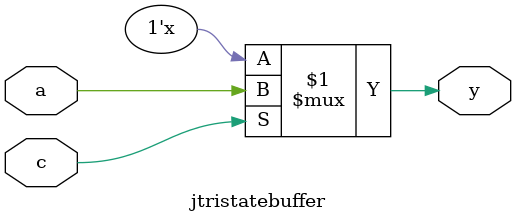
<source format=v>
module jtristatebuffer(a,c,y);
	input a,c;
	output y;
	assign y= c ? a : 1'bz;	
endmodule

</source>
